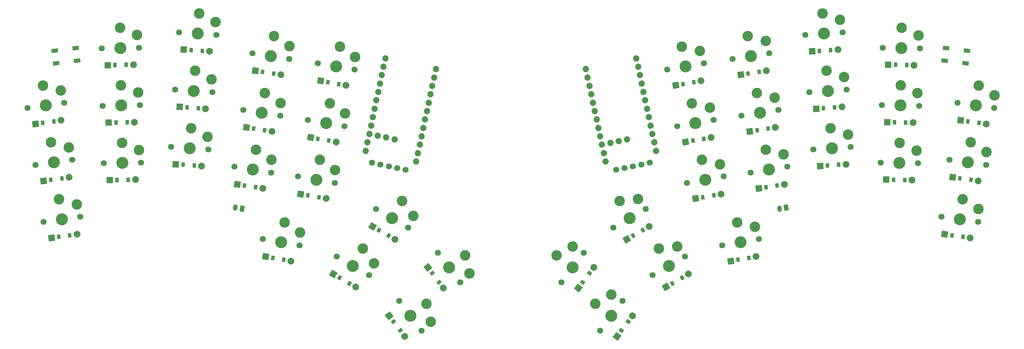
<source format=gbr>
%TF.GenerationSoftware,KiCad,Pcbnew,9.0.2*%
%TF.CreationDate,2025-07-07T14:02:59-04:00*%
%TF.ProjectId,routed_banana_split,726f7574-6564-45f6-9261-6e616e615f73,0.0.1*%
%TF.SameCoordinates,Original*%
%TF.FileFunction,Soldermask,Top*%
%TF.FilePolarity,Negative*%
%FSLAX46Y46*%
G04 Gerber Fmt 4.6, Leading zero omitted, Abs format (unit mm)*
G04 Created by KiCad (PCBNEW 9.0.2) date 2025-07-07 14:02:59*
%MOMM*%
%LPD*%
G01*
G04 APERTURE LIST*
G04 Aperture macros list*
%AMRoundRect*
0 Rectangle with rounded corners*
0 $1 Rounding radius*
0 $2 $3 $4 $5 $6 $7 $8 $9 X,Y pos of 4 corners*
0 Add a 4 corners polygon primitive as box body*
4,1,4,$2,$3,$4,$5,$6,$7,$8,$9,$2,$3,0*
0 Add four circle primitives for the rounded corners*
1,1,$1+$1,$2,$3*
1,1,$1+$1,$4,$5*
1,1,$1+$1,$6,$7*
1,1,$1+$1,$8,$9*
0 Add four rect primitives between the rounded corners*
20,1,$1+$1,$2,$3,$4,$5,0*
20,1,$1+$1,$4,$5,$6,$7,0*
20,1,$1+$1,$6,$7,$8,$9,0*
20,1,$1+$1,$8,$9,$2,$3,0*%
%AMHorizOval*
0 Thick line with rounded ends*
0 $1 width*
0 $2 $3 position (X,Y) of the first rounded end (center of the circle)*
0 $4 $5 position (X,Y) of the second rounded end (center of the circle)*
0 Add line between two ends*
20,1,$1,$2,$3,$4,$5,0*
0 Add two circle primitives to create the rounded ends*
1,1,$1,$2,$3*
1,1,$1,$4,$5*%
G04 Aperture macros list end*
%ADD10RoundRect,0.050000X-0.826263X-0.655583X0.960320X-0.436218X0.826263X0.655583X-0.960320X0.436218X0*%
%ADD11RoundRect,0.050000X0.174973X-1.245001X1.245001X0.174973X-0.174973X1.245001X-1.245001X-0.174973X0*%
%ADD12RoundRect,0.050000X0.208365X-0.720475X0.749998X-0.001703X-0.208365X0.720475X-0.749998X0.001703X0*%
%ADD13C,2.005000*%
%ADD14C,1.852600*%
%ADD15RoundRect,0.050000X-1.017125X-0.738985X0.738985X-1.017125X1.017125X0.738985X-0.738985X1.017125X0*%
%ADD16RoundRect,0.050000X-0.538320X-0.522217X0.350599X-0.663009X0.538320X0.522217X-0.350599X0.663009X0*%
%ADD17C,1.801800*%
%ADD18C,3.100000*%
%ADD19C,3.529000*%
%ADD20RoundRect,0.050000X-1.029867X-0.721121X0.721121X-1.029867X1.029867X0.721121X-0.721121X1.029867X0*%
%ADD21RoundRect,0.050000X-0.547352X-0.512743X0.338975X-0.669026X0.547352X0.512743X-0.338975X0.669026X0*%
%ADD22RoundRect,0.050000X-0.721121X-1.029867X1.029867X-0.721121X0.721121X1.029867X-1.029867X0.721121X0*%
%ADD23RoundRect,0.050000X-0.338975X-0.669026X0.547352X-0.512743X0.338975X0.669026X-0.547352X0.512743X0*%
%ADD24RoundRect,0.050000X-0.960320X-0.436218X0.826263X-0.655583X0.960320X0.436218X-0.826263X0.655583X0*%
%ADD25HorizOval,1.800000X0.000000X0.000000X0.000000X0.000000X0*%
%ADD26C,1.800000*%
%ADD27RoundRect,0.050000X-1.214397X-0.325397X0.325397X-1.214397X1.214397X0.325397X-0.325397X1.214397X0*%
%ADD28RoundRect,0.050000X-0.689711X-0.294615X0.089711X-0.744615X0.689711X0.294615X-0.089711X0.744615X0*%
%ADD29RoundRect,0.050000X-1.004073X-0.756623X0.756623X-1.004073X1.004073X0.756623X-0.756623X1.004073X0*%
%ADD30RoundRect,0.050000X-0.529124X-0.531533X0.362117X-0.656789X0.529124X0.531533X-0.362117X0.656789X0*%
%ADD31RoundRect,0.050000X-0.904380X-0.873349X0.873349X-0.904380X0.904380X0.873349X-0.873349X0.904380X0*%
%ADD32RoundRect,0.050000X-0.460403X-0.592055X0.439460X-0.607762X0.460403X0.592055X-0.439460X0.607762X0*%
%ADD33RoundRect,0.050000X-0.873349X-0.904380X0.904380X-0.873349X0.873349X0.904380X-0.904380X0.873349X0*%
%ADD34RoundRect,0.050000X-0.439460X-0.607762X0.460403X-0.592055X0.439460X0.607762X-0.460403X0.592055X0*%
%ADD35RoundRect,0.050000X-1.245001X0.174973X-0.174973X-1.245001X1.245001X-0.174973X0.174973X1.245001X0*%
%ADD36RoundRect,0.050000X-0.749998X-0.001703X-0.208365X-0.720475X0.749998X0.001703X0.208365X0.720475X0*%
%ADD37RoundRect,0.050000X-0.325397X-1.214397X1.214397X-0.325397X0.325397X1.214397X-1.214397X0.325397X0*%
%ADD38RoundRect,0.050000X-0.089711X-0.744615X0.689711X-0.294615X0.089711X0.744615X-0.689711X0.294615X0*%
%ADD39HorizOval,1.800000X0.000000X0.000000X0.000000X0.000000X0*%
%ADD40RoundRect,0.050000X-0.824821X-0.948848X0.948848X-0.824821X0.824821X0.948848X-0.948848X0.824821X0*%
%ADD41RoundRect,0.050000X-0.407050X-0.629929X0.490758X-0.567148X0.407050X0.629929X-0.490758X0.567148X0*%
%ADD42RoundRect,0.050000X-0.948848X-0.824821X0.824821X-0.948848X0.948848X0.824821X-0.824821X0.948848X0*%
%ADD43RoundRect,0.050000X-0.490758X-0.567148X0.407050X-0.629929X0.490758X0.567148X-0.407050X0.629929X0*%
%ADD44RoundRect,0.050000X-0.756623X-1.004073X1.004073X-0.756623X0.756623X1.004073X-1.004073X0.756623X0*%
%ADD45RoundRect,0.050000X-0.362117X-0.656789X0.529124X-0.531533X0.362117X0.656789X-0.529124X0.531533X0*%
%ADD46RoundRect,0.050000X-0.738985X-1.017125X1.017125X-0.738985X0.738985X1.017125X-1.017125X0.738985X0*%
%ADD47RoundRect,0.050000X-0.350599X-0.663009X0.538320X-0.522217X0.350599X0.663009X-0.538320X0.522217X0*%
%ADD48RoundRect,0.260000X-0.281170X-0.717822X0.489227X-0.595803X0.281170X0.717822X-0.489227X0.595803X0*%
%ADD49HorizOval,1.300000X-0.043019X0.271614X0.043019X-0.271614X0*%
%ADD50RoundRect,0.260000X-0.489227X-0.595803X0.281170X-0.717822X0.489227X0.595803X-0.281170X0.717822X0*%
%ADD51HorizOval,1.300000X-0.043019X-0.271614X0.043019X0.271614X0*%
G04 APERTURE END LIST*
D10*
%TO.C,B1*%
X84791520Y-97250786D03*
X90945306Y-96495196D03*
X85242436Y-100923206D03*
X91396222Y-100167616D03*
%TD*%
D11*
%TO.C,D38*%
X250886599Y-181685327D03*
D12*
X252186519Y-179960275D03*
X254172509Y-177324777D03*
D13*
X255472429Y-175599725D03*
%TD*%
D14*
%TO.C,MCU2*%
X241686576Y-102651019D03*
X242214672Y-105135514D03*
X242742767Y-107620009D03*
X243270863Y-110104504D03*
X243798959Y-112588999D03*
X244327053Y-115073494D03*
X244855150Y-117557989D03*
X245383246Y-120042483D03*
X245911342Y-122526978D03*
X246439437Y-125011473D03*
X246967533Y-127495968D03*
X247495629Y-129980463D03*
X262402598Y-126811889D03*
X261874502Y-124327394D03*
X261346407Y-121842899D03*
X260818311Y-119358404D03*
X260290215Y-116873909D03*
X259762121Y-114389414D03*
X259234024Y-111904919D03*
X258705928Y-109420425D03*
X258177832Y-106935930D03*
X257649737Y-104451435D03*
X257121641Y-101966940D03*
X256593545Y-99482445D03*
X248923932Y-124483378D03*
X251408427Y-123955282D03*
X253892922Y-123427186D03*
%TD*%
D15*
%TO.C,D12*%
X144055481Y-103149122D03*
D16*
X146188888Y-103487020D03*
X149448260Y-104003254D03*
D13*
X151581667Y-104341152D03*
%TD*%
D17*
%TO.C,S31*%
X287680384Y-116457787D03*
D18*
X292181885Y-109720651D03*
D19*
X293112670Y-115597397D03*
D18*
X297464482Y-111111393D03*
D17*
X298544956Y-114737007D03*
%TD*%
D20*
%TO.C,D13*%
X157427692Y-139622792D03*
D21*
X159554879Y-139997873D03*
X162804745Y-140570911D03*
D13*
X164931932Y-140945992D03*
%TD*%
D17*
%TO.C,S21*%
X346714599Y-146305107D03*
D18*
X352989153Y-141178464D03*
D19*
X352161073Y-147070559D03*
D18*
X357634311Y-144052919D03*
D17*
X357607547Y-147836011D03*
%TD*%
%TO.C,S8*%
X120376298Y-108732655D03*
D18*
X126277951Y-103180810D03*
D19*
X125862900Y-109116316D03*
D18*
X131112307Y-105724233D03*
D17*
X131349502Y-109499977D03*
%TD*%
D22*
%TO.C,D34*%
X271170079Y-124204260D03*
D23*
X273297266Y-123829179D03*
X276547132Y-123256141D03*
D13*
X278674319Y-122881060D03*
%TD*%
D22*
%TO.C,D35*%
X268218060Y-107462528D03*
D23*
X270345247Y-107087447D03*
X273595113Y-106514409D03*
D13*
X275722300Y-106139328D03*
%TD*%
D24*
%TO.C,B2*%
X348108724Y-96495196D03*
X354262510Y-97250786D03*
X347657808Y-100167616D03*
X353811594Y-100923206D03*
%TD*%
D25*
%TO.C,DISP2*%
X250606762Y-132457544D03*
X253091257Y-131929449D03*
X255575752Y-131401353D03*
X258060247Y-130873257D03*
D26*
X260544742Y-130345162D03*
%TD*%
D27*
%TO.C,D19*%
X178655403Y-149209007D03*
D28*
X180526018Y-150289007D03*
X183383902Y-151939007D03*
D13*
X185254517Y-153019007D03*
%TD*%
D29*
%TO.C,D21*%
X347692286Y-151491648D03*
D30*
X349831265Y-151792263D03*
X353099149Y-152251535D03*
D13*
X355238128Y-152552150D03*
%TD*%
D31*
%TO.C,D26*%
X331000834Y-101361267D03*
D32*
X333160505Y-101398965D03*
X336460003Y-101456557D03*
D13*
X338619674Y-101494255D03*
%TD*%
D17*
%TO.C,S5*%
X98954043Y-113521921D03*
D18*
X104349363Y-107476839D03*
D19*
X104453205Y-113425933D03*
D18*
X109386997Y-109589242D03*
D17*
X109952367Y-113329945D03*
%TD*%
D33*
%TO.C,D5*%
X100731047Y-118491666D03*
D34*
X102890718Y-118453968D03*
X106190216Y-118396376D03*
D13*
X108349887Y-118358678D03*
%TD*%
D17*
%TO.C,S34*%
X268637515Y-119573686D03*
D18*
X273020751Y-112759015D03*
D19*
X274053958Y-118618621D03*
D18*
X278326816Y-114057351D03*
D17*
X279470401Y-117663556D03*
%TD*%
%TO.C,S27*%
X308890388Y-126458566D03*
D18*
X313961939Y-120139399D03*
D19*
X314376990Y-126074905D03*
D18*
X319103223Y-121985257D03*
D17*
X319863592Y-125691244D03*
%TD*%
%TO.C,S39*%
X249835930Y-149533880D03*
D18*
X251624070Y-141631029D03*
D19*
X254599070Y-146783880D03*
D18*
X257054197Y-141036285D03*
D17*
X259362210Y-144033880D03*
%TD*%
%TO.C,S15*%
X162535648Y-100921825D03*
D18*
X168985298Y-96017284D03*
D19*
X167952091Y-101876890D03*
D18*
X173527310Y-99052102D03*
D17*
X173368534Y-102831955D03*
%TD*%
%TO.C,S35*%
X265685496Y-102831955D03*
D18*
X270068732Y-96017284D03*
D19*
X271101939Y-101876890D03*
D18*
X275374797Y-97315620D03*
D17*
X276518382Y-100921825D03*
%TD*%
D35*
%TO.C,D18*%
X183581601Y-175599725D03*
D36*
X184881521Y-177324777D03*
X186867511Y-179960275D03*
D13*
X188167431Y-181685327D03*
%TD*%
D29*
%TO.C,D23*%
X352424171Y-117822534D03*
D30*
X354563150Y-118123149D03*
X357831034Y-118582421D03*
D13*
X359970013Y-118883036D03*
%TD*%
D22*
%TO.C,D36*%
X284488716Y-159426610D03*
D23*
X286615903Y-159051529D03*
X289865769Y-158478491D03*
D13*
X291992956Y-158103410D03*
%TD*%
D17*
%TO.C,S19*%
X179691820Y-144033880D03*
D18*
X187429960Y-141631029D03*
D19*
X184454960Y-146783880D03*
D18*
X190660087Y-146036285D03*
D17*
X189218100Y-149533880D03*
%TD*%
%TO.C,S36*%
X281956152Y-154796036D03*
D18*
X286339388Y-147981365D03*
D19*
X287372595Y-153840971D03*
D18*
X291645453Y-149279701D03*
D17*
X292789038Y-152885906D03*
%TD*%
D37*
%TO.C,D39*%
X253799513Y-153019007D03*
D38*
X255670128Y-151939007D03*
X258528012Y-150289007D03*
D13*
X260398627Y-149209007D03*
%TD*%
D17*
%TO.C,S25*%
X329101663Y-113329945D03*
D18*
X334704667Y-107476839D03*
D19*
X334600825Y-113425933D03*
D18*
X339665510Y-109763766D03*
D17*
X340099987Y-113521921D03*
%TD*%
%TO.C,S11*%
X140509075Y-114737007D03*
D18*
X146872146Y-109720651D03*
D19*
X145941361Y-115597397D03*
D18*
X151466432Y-112675738D03*
D17*
X151373647Y-116457787D03*
%TD*%
%TO.C,S17*%
X168093744Y-158122337D03*
D18*
X175831884Y-155719486D03*
D19*
X172856884Y-160872337D03*
D18*
X179062011Y-160124742D03*
D17*
X177620024Y-163622337D03*
%TD*%
D39*
%TO.C,DISP1*%
X178509288Y-130345162D03*
X180993783Y-130873257D03*
X183478278Y-131401353D03*
X185962773Y-131929449D03*
D26*
X188447268Y-132457544D03*
%TD*%
D17*
%TO.C,S33*%
X271589534Y-136315418D03*
D18*
X275972770Y-129500747D03*
D19*
X277005977Y-135360353D03*
D18*
X281278835Y-130799083D03*
D17*
X282422420Y-134405288D03*
%TD*%
D40*
%TO.C,D29*%
X308553333Y-97411320D03*
D41*
X310708071Y-97260646D03*
X314000033Y-97030450D03*
D13*
X316154771Y-96879776D03*
%TD*%
D17*
%TO.C,S37*%
X261434006Y-163622337D03*
D18*
X263222146Y-155719486D03*
D19*
X266197146Y-160872337D03*
D18*
X268652273Y-155124742D03*
D17*
X270960286Y-158122337D03*
%TD*%
%TO.C,S23*%
X351446484Y-112635993D03*
D18*
X357721038Y-107509350D03*
D19*
X356892958Y-113401445D03*
D18*
X362366196Y-110383805D03*
D17*
X362339432Y-114166897D03*
%TD*%
%TO.C,S20*%
X197980917Y-156952617D03*
D18*
X206042781Y-157764313D03*
D19*
X201290900Y-161345112D03*
D18*
X207294858Y-163081483D03*
D17*
X204600883Y-165737607D03*
%TD*%
D42*
%TO.C,D9*%
X122899259Y-96879776D03*
D43*
X125053997Y-97030450D03*
X128345959Y-97260646D03*
D13*
X130500697Y-97411320D03*
%TD*%
D17*
%TO.C,S13*%
X156631610Y-134405288D03*
D18*
X163081260Y-129500747D03*
D19*
X162048053Y-135360353D03*
D18*
X167623272Y-132535565D03*
D17*
X167464496Y-136315418D03*
%TD*%
D11*
%TO.C,D40*%
X239463393Y-167396988D03*
D12*
X240763313Y-165671936D03*
X242749303Y-163036438D03*
D13*
X244049223Y-161311386D03*
%TD*%
D20*
%TO.C,D16*%
X147061074Y-158103410D03*
D21*
X149188261Y-158478491D03*
X152438127Y-159051529D03*
D13*
X154565314Y-159426610D03*
%TD*%
D33*
%TO.C,D6*%
X100434356Y-101494255D03*
D34*
X102594027Y-101456557D03*
X105893525Y-101398965D03*
D13*
X108053196Y-101361267D03*
%TD*%
D35*
%TO.C,D20*%
X195004807Y-161311386D03*
D36*
X196304727Y-163036438D03*
X198290717Y-165671936D03*
D13*
X199590637Y-167396988D03*
%TD*%
D42*
%TO.C,D8*%
X121713399Y-113838364D03*
D43*
X123868137Y-113989038D03*
X127160099Y-114219234D03*
D13*
X129314837Y-114369908D03*
%TD*%
D42*
%TO.C,D7*%
X120527539Y-130796953D03*
D43*
X122682277Y-130947627D03*
X125974239Y-131177823D03*
D13*
X128128977Y-131328497D03*
%TD*%
D31*
%TO.C,D24*%
X330407452Y-135356088D03*
D32*
X332567123Y-135393786D03*
X335866621Y-135451378D03*
D13*
X338026292Y-135489076D03*
%TD*%
D17*
%TO.C,S9*%
X121562158Y-91774066D03*
D18*
X127463811Y-86222221D03*
D19*
X127048760Y-92157727D03*
D18*
X132298167Y-88765644D03*
D17*
X132535362Y-92541388D03*
%TD*%
%TO.C,S28*%
X307704528Y-109499977D03*
D18*
X312776079Y-103180810D03*
D19*
X313191130Y-109116316D03*
D18*
X317917363Y-105026668D03*
D17*
X318677732Y-108732655D03*
%TD*%
%TO.C,S1*%
X81446484Y-147836011D03*
D18*
X86064878Y-141178464D03*
D19*
X86892958Y-147070559D03*
D18*
X91322399Y-142661188D03*
D17*
X92339432Y-146305107D03*
%TD*%
D20*
%TO.C,D14*%
X160379711Y-122881060D03*
D21*
X162506898Y-123256141D03*
X165756764Y-123829179D03*
D13*
X167883951Y-124204260D03*
%TD*%
D44*
%TO.C,D1*%
X83815902Y-152552150D03*
D45*
X85954881Y-152251535D03*
X89222765Y-151792263D03*
D13*
X91361744Y-151491648D03*
%TD*%
D27*
%TO.C,D17*%
X167057327Y-163297464D03*
D28*
X168927942Y-164377464D03*
X171785826Y-166027464D03*
D13*
X173656441Y-167107464D03*
%TD*%
D17*
%TO.C,S24*%
X328804973Y-130327356D03*
D18*
X334407977Y-124474250D03*
D19*
X334304135Y-130423344D03*
D18*
X339368820Y-126761177D03*
D17*
X339803297Y-130519332D03*
%TD*%
D37*
%TO.C,D37*%
X265397589Y-167107464D03*
D38*
X267268204Y-166027464D03*
X270126088Y-164377464D03*
D13*
X271996703Y-163297464D03*
%TD*%
D31*
%TO.C,D25*%
X330704143Y-118358678D03*
D32*
X332863814Y-118396376D03*
X336163312Y-118453968D03*
D13*
X338322983Y-118491666D03*
%TD*%
D17*
%TO.C,S38*%
X245876353Y-180025946D03*
D18*
X244434455Y-172052652D03*
D19*
X249186336Y-175633451D03*
D18*
X249200528Y-169383467D03*
D17*
X252496319Y-171240956D03*
%TD*%
D14*
%TO.C,MCU1*%
X182460486Y-99482445D03*
X181932390Y-101966940D03*
X181404294Y-104451435D03*
X180876199Y-106935930D03*
X180348103Y-109420425D03*
X179820007Y-111904919D03*
X179291910Y-114389414D03*
X178763816Y-116873909D03*
X178235720Y-119358404D03*
X177707624Y-121842899D03*
X177179529Y-124327394D03*
X176651433Y-126811889D03*
X191558402Y-129980463D03*
X192086498Y-127495968D03*
X192614594Y-125011473D03*
X193142689Y-122526978D03*
X193670785Y-120042483D03*
X194198881Y-117557989D03*
X194726978Y-115073494D03*
X195255072Y-112588999D03*
X195783168Y-110104504D03*
X196311264Y-107620009D03*
X196839359Y-105135514D03*
X197367455Y-102651019D03*
X180192119Y-122370995D03*
X182676614Y-122899090D03*
X185161109Y-123427186D03*
%TD*%
D46*
%TO.C,D30*%
X292791135Y-137922555D03*
D47*
X294924542Y-137584657D03*
X298183914Y-137068423D03*
D13*
X300317321Y-136730525D03*
%TD*%
D17*
%TO.C,S26*%
X329398354Y-96332534D03*
D18*
X335001358Y-90479428D03*
D19*
X334897516Y-96428522D03*
D18*
X339962201Y-92766355D03*
D17*
X340396678Y-96524510D03*
%TD*%
D33*
%TO.C,D4*%
X101027738Y-135489076D03*
D34*
X103187409Y-135451378D03*
X106486907Y-135393786D03*
D13*
X108646578Y-135356088D03*
%TD*%
D20*
%TO.C,D15*%
X163331730Y-106139328D03*
D21*
X165458917Y-106514409D03*
X168708783Y-107087447D03*
D13*
X170835970Y-107462528D03*
%TD*%
D17*
%TO.C,S16*%
X146264992Y-152885906D03*
D18*
X152714642Y-147981365D03*
D19*
X151681435Y-153840971D03*
D18*
X157256654Y-151016183D03*
D17*
X157097878Y-154796036D03*
%TD*%
D40*
%TO.C,D27*%
X310925054Y-131328497D03*
D41*
X313079792Y-131177823D03*
X316371754Y-130947627D03*
D13*
X318526492Y-130796953D03*
%TD*%
D17*
%TO.C,S18*%
X186557711Y-171240956D03*
D18*
X194619575Y-172052652D03*
D19*
X189867694Y-175633451D03*
D18*
X195871652Y-177369822D03*
D17*
X193177677Y-180025946D03*
%TD*%
%TO.C,S7*%
X119190438Y-125691244D03*
D18*
X125092091Y-120139399D03*
D19*
X124677040Y-126074905D03*
D18*
X129926447Y-122682822D03*
D17*
X130163642Y-126458566D03*
%TD*%
D40*
%TO.C,D28*%
X309739194Y-114369908D03*
D41*
X311893932Y-114219234D03*
X315185894Y-113989038D03*
D13*
X317340632Y-113838364D03*
%TD*%
D17*
%TO.C,S22*%
X349080541Y-129470550D03*
D18*
X355355095Y-124343907D03*
D19*
X354527015Y-130236002D03*
D18*
X360000253Y-127218362D03*
D17*
X359973489Y-131001454D03*
%TD*%
D44*
%TO.C,D3*%
X79084017Y-118883036D03*
D45*
X81222996Y-118582421D03*
X84490880Y-118123149D03*
D13*
X86629859Y-117822534D03*
%TD*%
D17*
%TO.C,S10*%
X137849689Y-131527708D03*
D18*
X144212760Y-126511352D03*
D19*
X143281975Y-132388098D03*
D18*
X148807046Y-129466439D03*
D17*
X148714261Y-133248488D03*
%TD*%
D29*
%TO.C,D22*%
X350058229Y-134657091D03*
D30*
X352197208Y-134957706D03*
X355465092Y-135416978D03*
D13*
X357604071Y-135717593D03*
%TD*%
D17*
%TO.C,S32*%
X285020998Y-99667085D03*
D18*
X289522499Y-92929949D03*
D19*
X290453284Y-98806695D03*
D18*
X294805096Y-94320691D03*
D17*
X295885570Y-97946305D03*
%TD*%
D46*
%TO.C,D31*%
X290131749Y-121131853D03*
D47*
X292265156Y-120793955D03*
X295524528Y-120277721D03*
D13*
X297657935Y-119939823D03*
%TD*%
D15*
%TO.C,D11*%
X141396095Y-119939823D03*
D16*
X143529502Y-120277721D03*
X146788874Y-120793955D03*
D13*
X148922281Y-121131853D03*
%TD*%
D17*
%TO.C,S4*%
X99250734Y-130519332D03*
D18*
X104646054Y-124474250D03*
D19*
X104749896Y-130423344D03*
D18*
X109683688Y-126586653D03*
D17*
X110249058Y-130327356D03*
%TD*%
%TO.C,S3*%
X76714598Y-114166897D03*
D18*
X81332992Y-107509350D03*
D19*
X82161072Y-113401445D03*
D18*
X86590513Y-108992074D03*
D17*
X87607546Y-112635993D03*
%TD*%
%TO.C,S6*%
X98657352Y-96524510D03*
D18*
X104052672Y-90479428D03*
D19*
X104156514Y-96428522D03*
D18*
X109090306Y-92591831D03*
D17*
X109655676Y-96332534D03*
%TD*%
%TO.C,S2*%
X79080541Y-131001454D03*
D18*
X83698935Y-124343907D03*
D19*
X84527015Y-130236002D03*
D18*
X88956456Y-125826631D03*
D17*
X89973489Y-129470550D03*
%TD*%
D46*
%TO.C,D32*%
X287472363Y-104341152D03*
D47*
X289605770Y-104003254D03*
X292865142Y-103487020D03*
D13*
X294998549Y-103149122D03*
%TD*%
D44*
%TO.C,D2*%
X81449960Y-135717593D03*
D45*
X83588939Y-135416978D03*
X86856823Y-134957706D03*
D13*
X88995802Y-134657091D03*
%TD*%
D15*
%TO.C,D10*%
X138736709Y-136730525D03*
D16*
X140870116Y-137068423D03*
X144129488Y-137584657D03*
D13*
X146262895Y-137922555D03*
%TD*%
D17*
%TO.C,S12*%
X143168460Y-97946305D03*
D18*
X149531531Y-92929949D03*
D19*
X148600746Y-98806695D03*
D18*
X154125817Y-95885036D03*
D17*
X154033032Y-99667085D03*
%TD*%
%TO.C,S30*%
X290339770Y-133248488D03*
D18*
X294841271Y-126511352D03*
D19*
X295772056Y-132388098D03*
D18*
X300123868Y-127902094D03*
D17*
X301204342Y-131527708D03*
%TD*%
%TO.C,S14*%
X159583629Y-117663556D03*
D18*
X166033279Y-112759015D03*
D19*
X165000072Y-118618621D03*
D18*
X170575291Y-115793833D03*
D17*
X170416515Y-119573686D03*
%TD*%
%TO.C,S40*%
X234453148Y-165737607D03*
D18*
X233011250Y-157764313D03*
D19*
X237763131Y-161345112D03*
D18*
X237777323Y-155095128D03*
D17*
X241073114Y-156952617D03*
%TD*%
D22*
%TO.C,D33*%
X274122098Y-140945992D03*
D23*
X276249285Y-140570911D03*
X279499151Y-139997873D03*
D13*
X281626338Y-139622792D03*
%TD*%
D17*
%TO.C,S29*%
X306518668Y-92541388D03*
D18*
X311590219Y-86222221D03*
D19*
X312005270Y-92157727D03*
D18*
X316731503Y-88068079D03*
D17*
X317491872Y-91774066D03*
%TD*%
D48*
%TO.C,JST2*%
X300892997Y-143625356D03*
D49*
X298917621Y-143938224D03*
%TD*%
D50*
%TO.C,JST1*%
X140136409Y-143938224D03*
D51*
X138161033Y-143625356D03*
%TD*%
M02*

</source>
